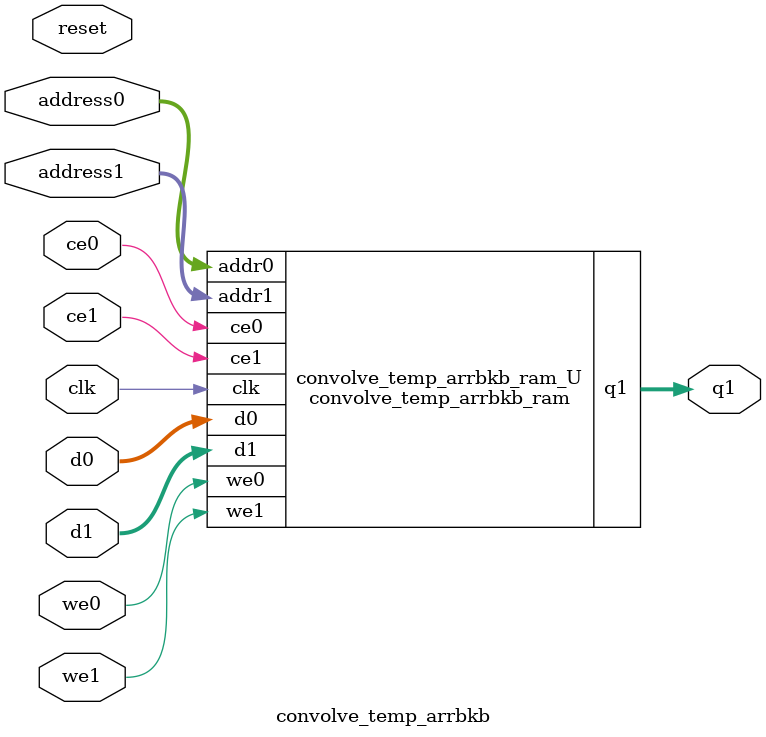
<source format=v>

`timescale 1 ns / 1 ps
module convolve_temp_arrbkb_ram (addr0, ce0, d0, we0, addr1, ce1, d1, we1, q1,  clk);

parameter DWIDTH = 32;
parameter AWIDTH = 10;
parameter MEM_SIZE = 720;

input[AWIDTH-1:0] addr0;
input ce0;
input[DWIDTH-1:0] d0;
input we0;
input[AWIDTH-1:0] addr1;
input ce1;
input[DWIDTH-1:0] d1;
input we1;
output reg[DWIDTH-1:0] q1;
input clk;

(* ram_style = "block" *)reg [DWIDTH-1:0] ram[0:MEM_SIZE-1];




always @(posedge clk)  
begin 
    if (ce0) 
    begin
        if (we0) 
        begin 
            ram[addr0] <= d0; 
        end 
    end
end


always @(posedge clk)  
begin 
    if (ce1) 
    begin
        if (we1) 
        begin 
            ram[addr1] <= d1; 
            q1 <= d1;
        end 
        else 
            q1 <= ram[addr1];
    end
end


endmodule


`timescale 1 ns / 1 ps
module convolve_temp_arrbkb(
    reset,
    clk,
    address0,
    ce0,
    we0,
    d0,
    address1,
    ce1,
    we1,
    d1,
    q1);

parameter DataWidth = 32'd32;
parameter AddressRange = 32'd720;
parameter AddressWidth = 32'd10;
input reset;
input clk;
input[AddressWidth - 1:0] address0;
input ce0;
input we0;
input[DataWidth - 1:0] d0;
input[AddressWidth - 1:0] address1;
input ce1;
input we1;
input[DataWidth - 1:0] d1;
output[DataWidth - 1:0] q1;



convolve_temp_arrbkb_ram convolve_temp_arrbkb_ram_U(
    .clk( clk ),
    .addr0( address0 ),
    .ce0( ce0 ),
    .d0( d0 ),
    .we0( we0 ),
    .addr1( address1 ),
    .ce1( ce1 ),
    .d1( d1 ),
    .we1( we1 ),
    .q1( q1 ));

endmodule


</source>
